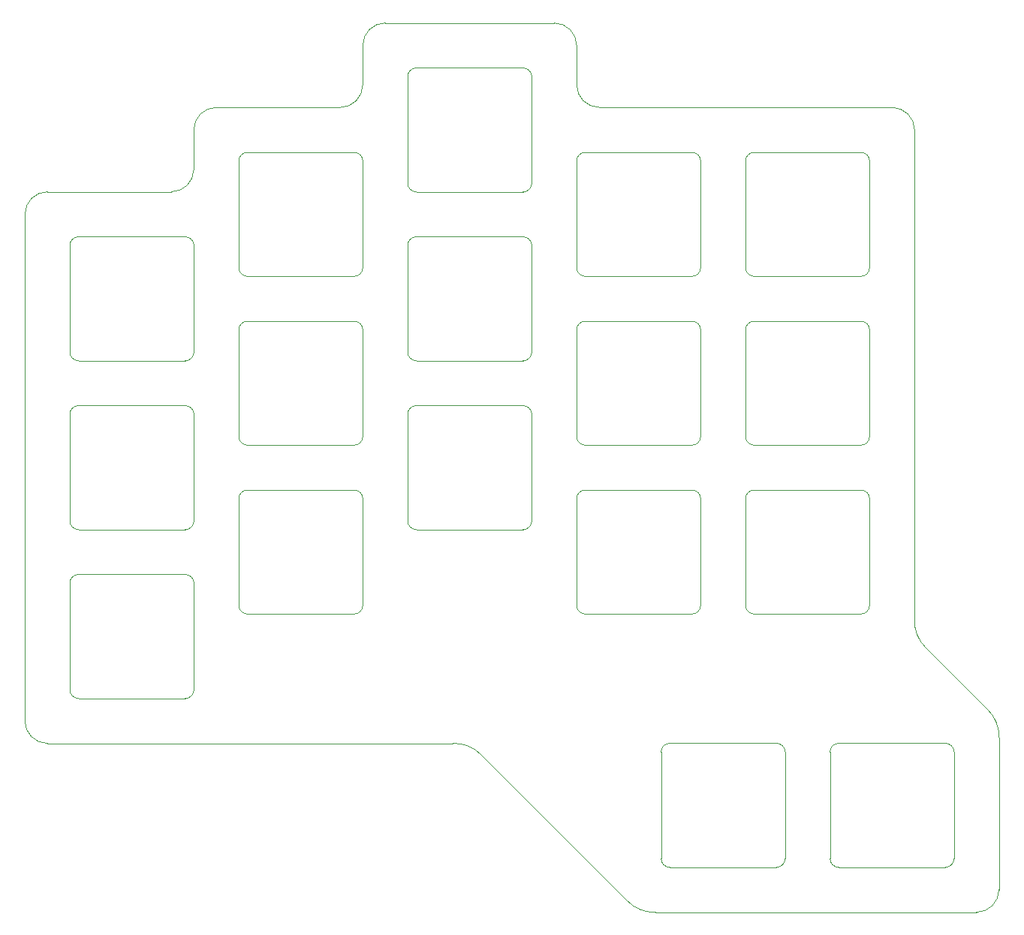
<source format=gm1>
%TF.GenerationSoftware,KiCad,Pcbnew,(6.0.6-1)-1*%
%TF.CreationDate,2022-07-19T11:16:36+08:00*%
%TF.ProjectId,Plate,506c6174-652e-46b6-9963-61645f706362,3*%
%TF.SameCoordinates,PX7616b68PY48ab840*%
%TF.FileFunction,Profile,NP*%
%FSLAX46Y46*%
G04 Gerber Fmt 4.6, Leading zero omitted, Abs format (unit mm)*
G04 Created by KiCad (PCBNEW (6.0.6-1)-1) date 2022-07-19 11:16:36*
%MOMM*%
%LPD*%
G01*
G04 APERTURE LIST*
%TA.AperFunction,Profile*%
%ADD10C,0.120000*%
%TD*%
%TA.AperFunction,Profile*%
%ADD11C,0.100000*%
%TD*%
G04 APERTURE END LIST*
D10*
X-59690000Y14605000D02*
X-59690000Y19050000D01*
X-27304978Y-51434979D02*
G75*
G03*
X-30480000Y-50165000I-3003722J-2905621D01*
G01*
X-38100000Y31115000D02*
G75*
G03*
X-40640000Y28575000I0J-2540000D01*
G01*
X-16510000Y24130000D02*
X-16510000Y28575000D01*
X-57150000Y21590000D02*
X-43180000Y21590000D01*
X-78740000Y9525000D02*
X-78740000Y-47625000D01*
X-16510000Y24130000D02*
G75*
G03*
X-13970000Y21590000I2540000J0D01*
G01*
X-40640000Y24130000D02*
X-40640000Y28575000D01*
X21590030Y-36195001D02*
G75*
G03*
X22860000Y-39370000I4175570J-171299D01*
G01*
X29845000Y-46355000D02*
X22860000Y-39370000D01*
X-16510000Y28575000D02*
G75*
G03*
X-19050000Y31115000I-2540000J0D01*
G01*
X-78740000Y-47625000D02*
G75*
G03*
X-76200000Y-50165000I2540000J0D01*
G01*
X-76200000Y12065000D02*
G75*
G03*
X-78740000Y9525000I0J-2540000D01*
G01*
X21590000Y19050000D02*
G75*
G03*
X19050000Y21590000I-2540000J0D01*
G01*
X-38100000Y31115000D02*
X-35560000Y31115000D01*
X-13970000Y21590000D02*
X19050000Y21590000D01*
X-30480000Y-50165000D02*
X-76200000Y-50165000D01*
X-62230000Y12065000D02*
G75*
G03*
X-59690000Y14605000I0J2540000D01*
G01*
X28575000Y-69215000D02*
G75*
G03*
X31115000Y-66675000I0J2540000D01*
G01*
X31115000Y-49530000D02*
X31115000Y-66675000D01*
X-76200000Y12065000D02*
X-62230000Y12065000D01*
X-10795022Y-67945021D02*
G75*
G03*
X-7620000Y-69215000I3003722J2905621D01*
G01*
X-19050000Y31115000D02*
X-35560000Y31115000D01*
X28575000Y-69215000D02*
X-7620000Y-69215000D01*
X-57150000Y21590000D02*
G75*
G03*
X-59690000Y19050000I0J-2540000D01*
G01*
X-43180000Y21590000D02*
G75*
G03*
X-40640000Y24130000I0J2540000D01*
G01*
X-27305000Y-51435000D02*
X-10795000Y-67945000D01*
X31114970Y-49529999D02*
G75*
G03*
X29845000Y-46355000I-4175570J171299D01*
G01*
X21590000Y-36195000D02*
X21590000Y19050000D01*
D11*
X-59675000Y-6000000D02*
X-59675000Y6000000D01*
X-73675000Y-6000000D02*
X-73675000Y6000000D01*
X-72675000Y7000000D02*
X-60675000Y7000000D01*
X-72675000Y-7000000D02*
X-60675000Y-7000000D01*
X-59675000Y6000000D02*
G75*
G03*
X-60675000Y7000000I-1000000J0D01*
G01*
X-72675000Y7000000D02*
G75*
G03*
X-73675000Y6000000I-1J-999999D01*
G01*
X-60675000Y-7000000D02*
G75*
G03*
X-59675000Y-6000000I0J1000000D01*
G01*
X-73675000Y-6000000D02*
G75*
G03*
X-72675000Y-7000000I999999J-1D01*
G01*
X-59675000Y-25050000D02*
X-59675000Y-13050000D01*
X-73675000Y-25050000D02*
X-73675000Y-13050000D01*
X-72675000Y-26050000D02*
X-60675000Y-26050000D01*
X-72675000Y-12050000D02*
X-60675000Y-12050000D01*
X-59675000Y-13050000D02*
G75*
G03*
X-60675000Y-12050000I-1000000J0D01*
G01*
X-73675000Y-25050000D02*
G75*
G03*
X-72675000Y-26050000I999999J-1D01*
G01*
X-60675000Y-26050000D02*
G75*
G03*
X-59675000Y-25050000I0J1000000D01*
G01*
X-72675000Y-12050000D02*
G75*
G03*
X-73675000Y-13050000I-1J-999999D01*
G01*
X-53625000Y-16525000D02*
X-41625000Y-16525000D01*
X-54625000Y-15525000D02*
X-54625000Y-3525000D01*
X-40625000Y-15525000D02*
X-40625000Y-3525000D01*
X-53625000Y-2525000D02*
X-41625000Y-2525000D01*
X-54625000Y-15525000D02*
G75*
G03*
X-53625000Y-16525000I999999J-1D01*
G01*
X-41625000Y-16525000D02*
G75*
G03*
X-40625000Y-15525000I0J1000000D01*
G01*
X-53625000Y-2525000D02*
G75*
G03*
X-54625000Y-3525000I-1J-999999D01*
G01*
X-40625000Y-3525000D02*
G75*
G03*
X-41625000Y-2525000I-1000000J0D01*
G01*
X-53625000Y16525000D02*
X-41625000Y16525000D01*
X-54625000Y3525000D02*
X-54625000Y15525000D01*
X-53625000Y2525000D02*
X-41625000Y2525000D01*
X-40625000Y3525000D02*
X-40625000Y15525000D01*
X-54625000Y3525000D02*
G75*
G03*
X-53625000Y2525000I999999J-1D01*
G01*
X-53625000Y16525000D02*
G75*
G03*
X-54625000Y15525000I-1J-999999D01*
G01*
X-41625000Y2525000D02*
G75*
G03*
X-40625000Y3525000I0J1000000D01*
G01*
X-40625000Y15525000D02*
G75*
G03*
X-41625000Y16525000I-1000000J0D01*
G01*
X-34575000Y26050000D02*
X-22575000Y26050000D01*
X-35575000Y13050000D02*
X-35575000Y25050000D01*
X-21575000Y13050000D02*
X-21575000Y25050000D01*
X-34575000Y12050000D02*
X-22575000Y12050000D01*
X-34575000Y26050000D02*
G75*
G03*
X-35575000Y25050000I-1J-999999D01*
G01*
X-22575000Y12050000D02*
G75*
G03*
X-21575000Y13050000I0J1000000D01*
G01*
X-35575000Y13050000D02*
G75*
G03*
X-34575000Y12050000I999999J-1D01*
G01*
X-21575000Y25050000D02*
G75*
G03*
X-22575000Y26050000I-1000000J0D01*
G01*
X-15525000Y16525000D02*
X-3525000Y16525000D01*
X-16525000Y3525000D02*
X-16525000Y15525000D01*
X-2525000Y3525000D02*
X-2525000Y15525000D01*
X-15525000Y2525000D02*
X-3525000Y2525000D01*
X-3525000Y2525000D02*
G75*
G03*
X-2525000Y3525000I0J1000000D01*
G01*
X-2525000Y15525000D02*
G75*
G03*
X-3525000Y16525000I-1000000J0D01*
G01*
X-15525000Y16525000D02*
G75*
G03*
X-16525000Y15525000I-1J-999999D01*
G01*
X-16525000Y3525000D02*
G75*
G03*
X-15525000Y2525000I999999J-1D01*
G01*
X16525000Y3525000D02*
X16525000Y15525000D01*
X3525000Y16525000D02*
X15525000Y16525000D01*
X3525000Y2525000D02*
X15525000Y2525000D01*
X2525000Y3525000D02*
X2525000Y15525000D01*
X15525000Y2525000D02*
G75*
G03*
X16525000Y3525000I0J1000000D01*
G01*
X2525000Y3525000D02*
G75*
G03*
X3525000Y2525000I999999J-1D01*
G01*
X3525000Y16525000D02*
G75*
G03*
X2525000Y15525000I-1J-999999D01*
G01*
X16525000Y15525000D02*
G75*
G03*
X15525000Y16525000I-1000000J0D01*
G01*
X-34575000Y7000000D02*
X-22575000Y7000000D01*
X-21575000Y-6000000D02*
X-21575000Y6000000D01*
X-35575000Y-6000000D02*
X-35575000Y6000000D01*
X-34575000Y-7000000D02*
X-22575000Y-7000000D01*
X-21575000Y6000000D02*
G75*
G03*
X-22575000Y7000000I-1000000J0D01*
G01*
X-22575000Y-7000000D02*
G75*
G03*
X-21575000Y-6000000I0J1000000D01*
G01*
X-35575000Y-6000000D02*
G75*
G03*
X-34575000Y-7000000I999999J-1D01*
G01*
X-34575000Y7000000D02*
G75*
G03*
X-35575000Y6000000I-1J-999999D01*
G01*
X-2525000Y-15525000D02*
X-2525000Y-3525000D01*
X-15525000Y-2525000D02*
X-3525000Y-2525000D01*
X-16525000Y-15525000D02*
X-16525000Y-3525000D01*
X-15525000Y-16525000D02*
X-3525000Y-16525000D01*
X-16525000Y-15525000D02*
G75*
G03*
X-15525000Y-16525000I999999J-1D01*
G01*
X-15525000Y-2525000D02*
G75*
G03*
X-16525000Y-3525000I-1J-999999D01*
G01*
X-2525000Y-3525000D02*
G75*
G03*
X-3525000Y-2525000I-1000000J0D01*
G01*
X-3525000Y-16525000D02*
G75*
G03*
X-2525000Y-15525000I0J1000000D01*
G01*
X2525000Y-15525000D02*
X2525000Y-3525000D01*
X3525000Y-16525000D02*
X15525000Y-16525000D01*
X3525000Y-2525000D02*
X15525000Y-2525000D01*
X16525000Y-15525000D02*
X16525000Y-3525000D01*
X2525000Y-15525000D02*
G75*
G03*
X3525000Y-16525000I999999J-1D01*
G01*
X3525000Y-2525000D02*
G75*
G03*
X2525000Y-3525000I-1J-999999D01*
G01*
X16525000Y-3525000D02*
G75*
G03*
X15525000Y-2525000I-1000000J0D01*
G01*
X15525000Y-16525000D02*
G75*
G03*
X16525000Y-15525000I0J1000000D01*
G01*
X-73675000Y-44100000D02*
X-73675000Y-32100000D01*
X-59675000Y-44100000D02*
X-59675000Y-32100000D01*
X-72675000Y-45100000D02*
X-60675000Y-45100000D01*
X-72675000Y-31100000D02*
X-60675000Y-31100000D01*
X-59675000Y-32100000D02*
G75*
G03*
X-60675000Y-31100000I-1000000J0D01*
G01*
X-73675000Y-44100000D02*
G75*
G03*
X-72675000Y-45100000I999999J-1D01*
G01*
X-72675000Y-31100000D02*
G75*
G03*
X-73675000Y-32100000I-1J-999999D01*
G01*
X-60675000Y-45100000D02*
G75*
G03*
X-59675000Y-44100000I0J1000000D01*
G01*
X-40625000Y-34575000D02*
X-40625000Y-22575000D01*
X-53625000Y-35575000D02*
X-41625000Y-35575000D01*
X-53625000Y-21575000D02*
X-41625000Y-21575000D01*
X-54625000Y-34575000D02*
X-54625000Y-22575000D01*
X-40625000Y-22575000D02*
G75*
G03*
X-41625000Y-21575000I-1000000J0D01*
G01*
X-41625000Y-35575000D02*
G75*
G03*
X-40625000Y-34575000I0J1000000D01*
G01*
X-53625000Y-21575000D02*
G75*
G03*
X-54625000Y-22575000I-1J-999999D01*
G01*
X-54625000Y-34575000D02*
G75*
G03*
X-53625000Y-35575000I999999J-1D01*
G01*
X-34575000Y-26050000D02*
X-22575000Y-26050000D01*
X-34575000Y-12050000D02*
X-22575000Y-12050000D01*
X-21575000Y-25050000D02*
X-21575000Y-13050000D01*
X-35575000Y-25050000D02*
X-35575000Y-13050000D01*
X-22575000Y-26050000D02*
G75*
G03*
X-21575000Y-25050000I0J1000000D01*
G01*
X-34575000Y-12050000D02*
G75*
G03*
X-35575000Y-13050000I-1J-999999D01*
G01*
X-21575000Y-13050000D02*
G75*
G03*
X-22575000Y-12050000I-1000000J0D01*
G01*
X-35575000Y-25050000D02*
G75*
G03*
X-34575000Y-26050000I999999J-1D01*
G01*
X-16525000Y-34575000D02*
X-16525000Y-22575000D01*
X-15525000Y-21575000D02*
X-3525000Y-21575000D01*
X-15525000Y-35575000D02*
X-3525000Y-35575000D01*
X-2525000Y-34575000D02*
X-2525000Y-22575000D01*
X-2525000Y-22575000D02*
G75*
G03*
X-3525000Y-21575000I-1000000J0D01*
G01*
X-15525000Y-21575000D02*
G75*
G03*
X-16525000Y-22575000I-1J-999999D01*
G01*
X-16525000Y-34575000D02*
G75*
G03*
X-15525000Y-35575000I999999J-1D01*
G01*
X-3525000Y-35575000D02*
G75*
G03*
X-2525000Y-34575000I0J1000000D01*
G01*
X3525000Y-21575000D02*
X15525000Y-21575000D01*
X3525000Y-35575000D02*
X15525000Y-35575000D01*
X16525000Y-34575000D02*
X16525000Y-22575000D01*
X2525000Y-34575000D02*
X2525000Y-22575000D01*
X2525000Y-34575000D02*
G75*
G03*
X3525000Y-35575000I999999J-1D01*
G01*
X16525000Y-22575000D02*
G75*
G03*
X15525000Y-21575000I-1000000J0D01*
G01*
X15525000Y-35575000D02*
G75*
G03*
X16525000Y-34575000I0J1000000D01*
G01*
X3525000Y-21575000D02*
G75*
G03*
X2525000Y-22575000I-1J-999999D01*
G01*
X-6000000Y-50150000D02*
X6000000Y-50150000D01*
X7000000Y-63150000D02*
X7000000Y-51150000D01*
X-6000000Y-64150000D02*
X6000000Y-64150000D01*
X-7000000Y-63150000D02*
X-7000000Y-51150000D01*
X6000000Y-64150000D02*
G75*
G03*
X7000000Y-63150000I0J1000000D01*
G01*
X7000000Y-51150000D02*
G75*
G03*
X6000000Y-50150000I-1000000J0D01*
G01*
X-6000000Y-50150000D02*
G75*
G03*
X-7000000Y-51150000I-1J-999999D01*
G01*
X-7000000Y-63150000D02*
G75*
G03*
X-6000000Y-64150000I999999J-1D01*
G01*
X13050000Y-50150000D02*
X25050000Y-50150000D01*
X12050000Y-63150000D02*
X12050000Y-51150000D01*
X13050000Y-64150000D02*
X25050000Y-64150000D01*
X26050000Y-63150000D02*
X26050000Y-51150000D01*
X26050000Y-51150000D02*
G75*
G03*
X25050000Y-50150000I-1000000J0D01*
G01*
X25050000Y-64150000D02*
G75*
G03*
X26050000Y-63150000I0J1000000D01*
G01*
X13050000Y-50150000D02*
G75*
G03*
X12050000Y-51150000I-1J-999999D01*
G01*
X12050000Y-63150000D02*
G75*
G03*
X13050000Y-64150000I999999J-1D01*
G01*
M02*

</source>
